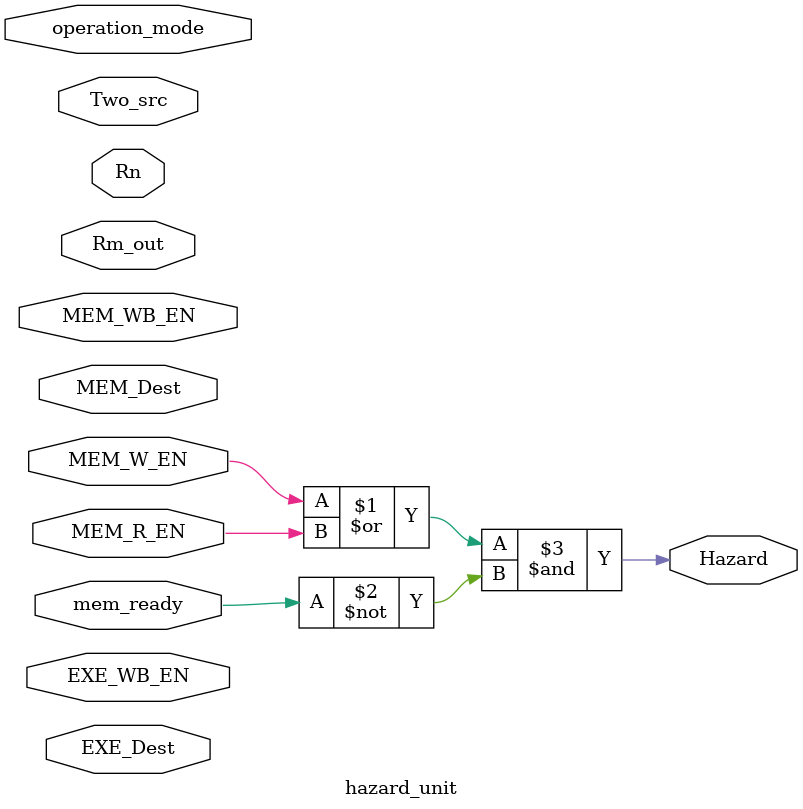
<source format=v>
module hazard_unit(MEM_Dest, MEM_WB_EN, EXE_Dest, EXE_WB_EN, Rn, Two_src, Hazard, Rm_out, operation_mode, MEM_W_EN, MEM_R_EN, mem_ready);
    input [3:0] Rn, EXE_Dest, MEM_Dest, Rm_out;
    input MEM_WB_EN, EXE_WB_EN, Two_src, operation_mode, mem_ready, MEM_R_EN, MEM_W_EN;
    output Hazard;

    assign Hazard = (MEM_W_EN | MEM_R_EN) & ~mem_ready;
    // assign Hazard = ~operation_mode ? (EXE_WB_EN && (Rn == EXE_Dest)) || (MEM_WB_EN && (Rn == MEM_Dest)) ||
                                    //   (EXE_WB_EN && Two_src && (Rm_out == EXE_Dest)) || (MEM_WB_EN && Two_src && (Rm_out == MEM_Dest)) 
                                    //    ? 1'b1 : 1'b0 :
                    // operation_mode  ? 1'b0 : 1'b0;

            
endmodule
</source>
